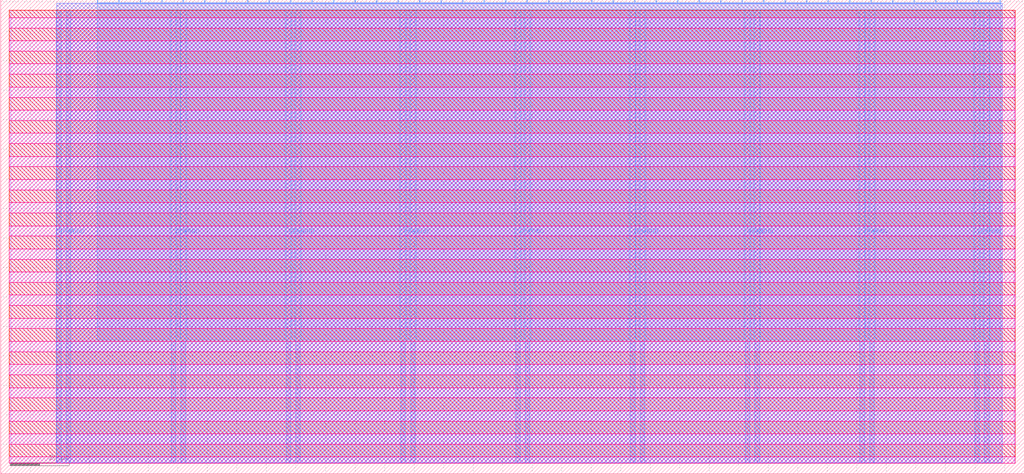
<source format=lef>
VERSION 5.7 ;
  NOWIREEXTENSIONATPIN ON ;
  DIVIDERCHAR "/" ;
  BUSBITCHARS "[]" ;
MACRO tt_um_calonso88_spi_i2c_reg_bank
  CLASS BLOCK ;
  FOREIGN tt_um_calonso88_spi_i2c_reg_bank ;
  ORIGIN 0.000 0.000 ;
  SIZE 346.640 BY 160.720 ;
  PIN VGND
    DIRECTION INOUT ;
    USE GROUND ;
    PORT
      LAYER Metal4 ;
        RECT 22.180 3.620 23.780 157.100 ;
    END
    PORT
      LAYER Metal4 ;
        RECT 61.050 3.620 62.650 157.100 ;
    END
    PORT
      LAYER Metal4 ;
        RECT 99.920 3.620 101.520 157.100 ;
    END
    PORT
      LAYER Metal4 ;
        RECT 138.790 3.620 140.390 157.100 ;
    END
    PORT
      LAYER Metal4 ;
        RECT 177.660 3.620 179.260 157.100 ;
    END
    PORT
      LAYER Metal4 ;
        RECT 216.530 3.620 218.130 157.100 ;
    END
    PORT
      LAYER Metal4 ;
        RECT 255.400 3.620 257.000 157.100 ;
    END
    PORT
      LAYER Metal4 ;
        RECT 294.270 3.620 295.870 157.100 ;
    END
    PORT
      LAYER Metal4 ;
        RECT 333.140 3.620 334.740 157.100 ;
    END
  END VGND
  PIN VPWR
    DIRECTION INOUT ;
    USE POWER ;
    PORT
      LAYER Metal4 ;
        RECT 18.880 3.620 20.480 157.100 ;
    END
    PORT
      LAYER Metal4 ;
        RECT 57.750 3.620 59.350 157.100 ;
    END
    PORT
      LAYER Metal4 ;
        RECT 96.620 3.620 98.220 157.100 ;
    END
    PORT
      LAYER Metal4 ;
        RECT 135.490 3.620 137.090 157.100 ;
    END
    PORT
      LAYER Metal4 ;
        RECT 174.360 3.620 175.960 157.100 ;
    END
    PORT
      LAYER Metal4 ;
        RECT 213.230 3.620 214.830 157.100 ;
    END
    PORT
      LAYER Metal4 ;
        RECT 252.100 3.620 253.700 157.100 ;
    END
    PORT
      LAYER Metal4 ;
        RECT 290.970 3.620 292.570 157.100 ;
    END
    PORT
      LAYER Metal4 ;
        RECT 329.840 3.620 331.440 157.100 ;
    END
  END VPWR
  PIN clk
    DIRECTION INPUT ;
    USE SIGNAL ;
    ANTENNAGATEAREA 4.738000 ;
    PORT
      LAYER Metal4 ;
        RECT 331.090 159.720 331.390 160.720 ;
    END
  END clk
  PIN ena
    DIRECTION INPUT ;
    USE SIGNAL ;
    ANTENNAGATEAREA 0.396000 ;
    PORT
      LAYER Metal4 ;
        RECT 338.370 159.720 338.670 160.720 ;
    END
  END ena
  PIN rst_n
    DIRECTION INPUT ;
    USE SIGNAL ;
    ANTENNAGATEAREA 0.396000 ;
    PORT
      LAYER Metal4 ;
        RECT 323.810 159.720 324.110 160.720 ;
    END
  END rst_n
  PIN ui_in[0]
    DIRECTION INPUT ;
    USE SIGNAL ;
    ANTENNAGATEAREA 0.396000 ;
    PORT
      LAYER Metal4 ;
        RECT 316.530 159.720 316.830 160.720 ;
    END
  END ui_in[0]
  PIN ui_in[1]
    DIRECTION INPUT ;
    USE SIGNAL ;
    ANTENNAGATEAREA 0.396000 ;
    PORT
      LAYER Metal4 ;
        RECT 309.250 159.720 309.550 160.720 ;
    END
  END ui_in[1]
  PIN ui_in[2]
    DIRECTION INPUT ;
    USE SIGNAL ;
    PORT
      LAYER Metal4 ;
        RECT 301.970 159.720 302.270 160.720 ;
    END
  END ui_in[2]
  PIN ui_in[3]
    DIRECTION INPUT ;
    USE SIGNAL ;
    PORT
      LAYER Metal4 ;
        RECT 294.690 159.720 294.990 160.720 ;
    END
  END ui_in[3]
  PIN ui_in[4]
    DIRECTION INPUT ;
    USE SIGNAL ;
    PORT
      LAYER Metal4 ;
        RECT 287.410 159.720 287.710 160.720 ;
    END
  END ui_in[4]
  PIN ui_in[5]
    DIRECTION INPUT ;
    USE SIGNAL ;
    PORT
      LAYER Metal4 ;
        RECT 280.130 159.720 280.430 160.720 ;
    END
  END ui_in[5]
  PIN ui_in[6]
    DIRECTION INPUT ;
    USE SIGNAL ;
    PORT
      LAYER Metal4 ;
        RECT 272.850 159.720 273.150 160.720 ;
    END
  END ui_in[6]
  PIN ui_in[7]
    DIRECTION INPUT ;
    USE SIGNAL ;
    ANTENNAGATEAREA 0.396000 ;
    PORT
      LAYER Metal4 ;
        RECT 265.570 159.720 265.870 160.720 ;
    END
  END ui_in[7]
  PIN uio_in[0]
    DIRECTION INPUT ;
    USE SIGNAL ;
    PORT
      LAYER Metal4 ;
        RECT 258.290 159.720 258.590 160.720 ;
    END
  END uio_in[0]
  PIN uio_in[1]
    DIRECTION INPUT ;
    USE SIGNAL ;
    ANTENNAGATEAREA 0.396000 ;
    PORT
      LAYER Metal4 ;
        RECT 251.010 159.720 251.310 160.720 ;
    END
  END uio_in[1]
  PIN uio_in[2]
    DIRECTION INPUT ;
    USE SIGNAL ;
    ANTENNAGATEAREA 0.396000 ;
    PORT
      LAYER Metal4 ;
        RECT 243.730 159.720 244.030 160.720 ;
    END
  END uio_in[2]
  PIN uio_in[3]
    DIRECTION INPUT ;
    USE SIGNAL ;
    PORT
      LAYER Metal4 ;
        RECT 236.450 159.720 236.750 160.720 ;
    END
  END uio_in[3]
  PIN uio_in[4]
    DIRECTION INPUT ;
    USE SIGNAL ;
    ANTENNAGATEAREA 0.741000 ;
    PORT
      LAYER Metal4 ;
        RECT 229.170 159.720 229.470 160.720 ;
    END
  END uio_in[4]
  PIN uio_in[5]
    DIRECTION INPUT ;
    USE SIGNAL ;
    ANTENNAGATEAREA 0.396000 ;
    PORT
      LAYER Metal4 ;
        RECT 221.890 159.720 222.190 160.720 ;
    END
  END uio_in[5]
  PIN uio_in[6]
    DIRECTION INPUT ;
    USE SIGNAL ;
    ANTENNAGATEAREA 0.396000 ;
    PORT
      LAYER Metal4 ;
        RECT 214.610 159.720 214.910 160.720 ;
    END
  END uio_in[6]
  PIN uio_in[7]
    DIRECTION INPUT ;
    USE SIGNAL ;
    PORT
      LAYER Metal4 ;
        RECT 207.330 159.720 207.630 160.720 ;
    END
  END uio_in[7]
  PIN uio_oe[0]
    DIRECTION OUTPUT ;
    USE SIGNAL ;
    ANTENNADIFFAREA 0.360800 ;
    PORT
      LAYER Metal4 ;
        RECT 83.570 159.720 83.870 160.720 ;
    END
  END uio_oe[0]
  PIN uio_oe[1]
    DIRECTION OUTPUT ;
    USE SIGNAL ;
    ANTENNADIFFAREA 1.986000 ;
    PORT
      LAYER Metal4 ;
        RECT 76.290 159.720 76.590 160.720 ;
    END
  END uio_oe[1]
  PIN uio_oe[2]
    DIRECTION OUTPUT ;
    USE SIGNAL ;
    ANTENNADIFFAREA 0.360800 ;
    PORT
      LAYER Metal4 ;
        RECT 69.010 159.720 69.310 160.720 ;
    END
  END uio_oe[2]
  PIN uio_oe[3]
    DIRECTION OUTPUT ;
    USE SIGNAL ;
    ANTENNAGATEAREA 1.099500 ;
    ANTENNADIFFAREA 2.609600 ;
    PORT
      LAYER Metal4 ;
        RECT 61.730 159.720 62.030 160.720 ;
    END
  END uio_oe[3]
  PIN uio_oe[4]
    DIRECTION OUTPUT ;
    USE SIGNAL ;
    ANTENNADIFFAREA 0.360800 ;
    PORT
      LAYER Metal4 ;
        RECT 54.450 159.720 54.750 160.720 ;
    END
  END uio_oe[4]
  PIN uio_oe[5]
    DIRECTION OUTPUT ;
    USE SIGNAL ;
    ANTENNADIFFAREA 0.360800 ;
    PORT
      LAYER Metal4 ;
        RECT 47.170 159.720 47.470 160.720 ;
    END
  END uio_oe[5]
  PIN uio_oe[6]
    DIRECTION OUTPUT ;
    USE SIGNAL ;
    ANTENNADIFFAREA 0.360800 ;
    PORT
      LAYER Metal4 ;
        RECT 39.890 159.720 40.190 160.720 ;
    END
  END uio_oe[6]
  PIN uio_oe[7]
    DIRECTION OUTPUT ;
    USE SIGNAL ;
    ANTENNADIFFAREA 0.360800 ;
    PORT
      LAYER Metal4 ;
        RECT 32.610 159.720 32.910 160.720 ;
    END
  END uio_oe[7]
  PIN uio_out[0]
    DIRECTION OUTPUT ;
    USE SIGNAL ;
    ANTENNADIFFAREA 0.360800 ;
    PORT
      LAYER Metal4 ;
        RECT 141.810 159.720 142.110 160.720 ;
    END
  END uio_out[0]
  PIN uio_out[1]
    DIRECTION OUTPUT ;
    USE SIGNAL ;
    ANTENNADIFFAREA 0.360800 ;
    PORT
      LAYER Metal4 ;
        RECT 134.530 159.720 134.830 160.720 ;
    END
  END uio_out[1]
  PIN uio_out[2]
    DIRECTION OUTPUT ;
    USE SIGNAL ;
    ANTENNADIFFAREA 0.360800 ;
    PORT
      LAYER Metal4 ;
        RECT 127.250 159.720 127.550 160.720 ;
    END
  END uio_out[2]
  PIN uio_out[3]
    DIRECTION OUTPUT ;
    USE SIGNAL ;
    ANTENNADIFFAREA 2.080400 ;
    PORT
      LAYER Metal4 ;
        RECT 119.970 159.720 120.270 160.720 ;
    END
  END uio_out[3]
  PIN uio_out[4]
    DIRECTION OUTPUT ;
    USE SIGNAL ;
    ANTENNADIFFAREA 0.360800 ;
    PORT
      LAYER Metal4 ;
        RECT 112.690 159.720 112.990 160.720 ;
    END
  END uio_out[4]
  PIN uio_out[5]
    DIRECTION OUTPUT ;
    USE SIGNAL ;
    ANTENNADIFFAREA 0.360800 ;
    PORT
      LAYER Metal4 ;
        RECT 105.410 159.720 105.710 160.720 ;
    END
  END uio_out[5]
  PIN uio_out[6]
    DIRECTION OUTPUT ;
    USE SIGNAL ;
    ANTENNADIFFAREA 0.360800 ;
    PORT
      LAYER Metal4 ;
        RECT 98.130 159.720 98.430 160.720 ;
    END
  END uio_out[6]
  PIN uio_out[7]
    DIRECTION OUTPUT ;
    USE SIGNAL ;
    ANTENNADIFFAREA 0.360800 ;
    PORT
      LAYER Metal4 ;
        RECT 90.850 159.720 91.150 160.720 ;
    END
  END uio_out[7]
  PIN uo_out[0]
    DIRECTION OUTPUT ;
    USE SIGNAL ;
    ANTENNADIFFAREA 1.986000 ;
    PORT
      LAYER Metal4 ;
        RECT 200.050 159.720 200.350 160.720 ;
    END
  END uo_out[0]
  PIN uo_out[1]
    DIRECTION OUTPUT ;
    USE SIGNAL ;
    ANTENNADIFFAREA 1.986000 ;
    PORT
      LAYER Metal4 ;
        RECT 192.770 159.720 193.070 160.720 ;
    END
  END uo_out[1]
  PIN uo_out[2]
    DIRECTION OUTPUT ;
    USE SIGNAL ;
    ANTENNADIFFAREA 1.986000 ;
    PORT
      LAYER Metal4 ;
        RECT 185.490 159.720 185.790 160.720 ;
    END
  END uo_out[2]
  PIN uo_out[3]
    DIRECTION OUTPUT ;
    USE SIGNAL ;
    ANTENNADIFFAREA 1.986000 ;
    PORT
      LAYER Metal4 ;
        RECT 178.210 159.720 178.510 160.720 ;
    END
  END uo_out[3]
  PIN uo_out[4]
    DIRECTION OUTPUT ;
    USE SIGNAL ;
    ANTENNADIFFAREA 1.986000 ;
    PORT
      LAYER Metal4 ;
        RECT 170.930 159.720 171.230 160.720 ;
    END
  END uo_out[4]
  PIN uo_out[5]
    DIRECTION OUTPUT ;
    USE SIGNAL ;
    ANTENNADIFFAREA 1.986000 ;
    PORT
      LAYER Metal4 ;
        RECT 163.650 159.720 163.950 160.720 ;
    END
  END uo_out[5]
  PIN uo_out[6]
    DIRECTION OUTPUT ;
    USE SIGNAL ;
    ANTENNADIFFAREA 1.986000 ;
    PORT
      LAYER Metal4 ;
        RECT 156.370 159.720 156.670 160.720 ;
    END
  END uo_out[6]
  PIN uo_out[7]
    DIRECTION OUTPUT ;
    USE SIGNAL ;
    ANTENNADIFFAREA 1.986000 ;
    PORT
      LAYER Metal4 ;
        RECT 149.090 159.720 149.390 160.720 ;
    END
  END uo_out[7]
  OBS
      LAYER Nwell ;
        RECT 2.930 154.640 343.710 157.230 ;
      LAYER Pwell ;
        RECT 2.930 151.120 343.710 154.640 ;
      LAYER Nwell ;
        RECT 2.930 146.800 343.710 151.120 ;
      LAYER Pwell ;
        RECT 2.930 143.280 343.710 146.800 ;
      LAYER Nwell ;
        RECT 2.930 138.960 343.710 143.280 ;
      LAYER Pwell ;
        RECT 2.930 135.440 343.710 138.960 ;
      LAYER Nwell ;
        RECT 2.930 131.120 343.710 135.440 ;
      LAYER Pwell ;
        RECT 2.930 127.600 343.710 131.120 ;
      LAYER Nwell ;
        RECT 2.930 123.280 343.710 127.600 ;
      LAYER Pwell ;
        RECT 2.930 119.760 343.710 123.280 ;
      LAYER Nwell ;
        RECT 2.930 115.440 343.710 119.760 ;
      LAYER Pwell ;
        RECT 2.930 111.920 343.710 115.440 ;
      LAYER Nwell ;
        RECT 2.930 107.600 343.710 111.920 ;
      LAYER Pwell ;
        RECT 2.930 104.080 343.710 107.600 ;
      LAYER Nwell ;
        RECT 2.930 99.760 343.710 104.080 ;
      LAYER Pwell ;
        RECT 2.930 96.240 343.710 99.760 ;
      LAYER Nwell ;
        RECT 2.930 91.920 343.710 96.240 ;
      LAYER Pwell ;
        RECT 2.930 88.400 343.710 91.920 ;
      LAYER Nwell ;
        RECT 2.930 84.080 343.710 88.400 ;
      LAYER Pwell ;
        RECT 2.930 80.560 343.710 84.080 ;
      LAYER Nwell ;
        RECT 2.930 76.240 343.710 80.560 ;
      LAYER Pwell ;
        RECT 2.930 72.720 343.710 76.240 ;
      LAYER Nwell ;
        RECT 2.930 68.400 343.710 72.720 ;
      LAYER Pwell ;
        RECT 2.930 64.880 343.710 68.400 ;
      LAYER Nwell ;
        RECT 2.930 60.560 343.710 64.880 ;
      LAYER Pwell ;
        RECT 2.930 57.040 343.710 60.560 ;
      LAYER Nwell ;
        RECT 2.930 52.720 343.710 57.040 ;
      LAYER Pwell ;
        RECT 2.930 49.200 343.710 52.720 ;
      LAYER Nwell ;
        RECT 2.930 44.880 343.710 49.200 ;
      LAYER Pwell ;
        RECT 2.930 41.360 343.710 44.880 ;
      LAYER Nwell ;
        RECT 2.930 37.040 343.710 41.360 ;
      LAYER Pwell ;
        RECT 2.930 33.520 343.710 37.040 ;
      LAYER Nwell ;
        RECT 2.930 29.200 343.710 33.520 ;
      LAYER Pwell ;
        RECT 2.930 25.680 343.710 29.200 ;
      LAYER Nwell ;
        RECT 2.930 21.360 343.710 25.680 ;
      LAYER Pwell ;
        RECT 2.930 17.840 343.710 21.360 ;
      LAYER Nwell ;
        RECT 2.930 13.520 343.710 17.840 ;
      LAYER Pwell ;
        RECT 2.930 10.000 343.710 13.520 ;
      LAYER Nwell ;
        RECT 2.930 5.680 343.710 10.000 ;
      LAYER Pwell ;
        RECT 2.930 3.490 343.710 5.680 ;
      LAYER Metal1 ;
        RECT 3.360 3.620 343.280 157.100 ;
      LAYER Metal2 ;
        RECT 19.020 3.730 339.220 159.510 ;
      LAYER Metal3 ;
        RECT 18.970 3.780 339.270 159.460 ;
      LAYER Metal4 ;
        RECT 33.210 159.420 39.590 159.720 ;
        RECT 40.490 159.420 46.870 159.720 ;
        RECT 47.770 159.420 54.150 159.720 ;
        RECT 55.050 159.420 61.430 159.720 ;
        RECT 62.330 159.420 68.710 159.720 ;
        RECT 69.610 159.420 75.990 159.720 ;
        RECT 76.890 159.420 83.270 159.720 ;
        RECT 84.170 159.420 90.550 159.720 ;
        RECT 91.450 159.420 97.830 159.720 ;
        RECT 98.730 159.420 105.110 159.720 ;
        RECT 106.010 159.420 112.390 159.720 ;
        RECT 113.290 159.420 119.670 159.720 ;
        RECT 120.570 159.420 126.950 159.720 ;
        RECT 127.850 159.420 134.230 159.720 ;
        RECT 135.130 159.420 141.510 159.720 ;
        RECT 142.410 159.420 148.790 159.720 ;
        RECT 149.690 159.420 156.070 159.720 ;
        RECT 156.970 159.420 163.350 159.720 ;
        RECT 164.250 159.420 170.630 159.720 ;
        RECT 171.530 159.420 177.910 159.720 ;
        RECT 178.810 159.420 185.190 159.720 ;
        RECT 186.090 159.420 192.470 159.720 ;
        RECT 193.370 159.420 199.750 159.720 ;
        RECT 200.650 159.420 207.030 159.720 ;
        RECT 207.930 159.420 214.310 159.720 ;
        RECT 215.210 159.420 221.590 159.720 ;
        RECT 222.490 159.420 228.870 159.720 ;
        RECT 229.770 159.420 236.150 159.720 ;
        RECT 237.050 159.420 243.430 159.720 ;
        RECT 244.330 159.420 250.710 159.720 ;
        RECT 251.610 159.420 257.990 159.720 ;
        RECT 258.890 159.420 265.270 159.720 ;
        RECT 266.170 159.420 272.550 159.720 ;
        RECT 273.450 159.420 279.830 159.720 ;
        RECT 280.730 159.420 287.110 159.720 ;
        RECT 288.010 159.420 294.390 159.720 ;
        RECT 295.290 159.420 301.670 159.720 ;
        RECT 302.570 159.420 308.950 159.720 ;
        RECT 309.850 159.420 316.230 159.720 ;
        RECT 317.130 159.420 323.510 159.720 ;
        RECT 324.410 159.420 330.790 159.720 ;
        RECT 331.690 159.420 338.070 159.720 ;
        RECT 32.620 157.400 338.660 159.420 ;
        RECT 32.620 45.450 57.450 157.400 ;
        RECT 59.650 45.450 60.750 157.400 ;
        RECT 62.950 45.450 96.320 157.400 ;
        RECT 98.520 45.450 99.620 157.400 ;
        RECT 101.820 45.450 135.190 157.400 ;
        RECT 137.390 45.450 138.490 157.400 ;
        RECT 140.690 45.450 174.060 157.400 ;
        RECT 176.260 45.450 177.360 157.400 ;
        RECT 179.560 45.450 212.930 157.400 ;
        RECT 215.130 45.450 216.230 157.400 ;
        RECT 218.430 45.450 251.800 157.400 ;
        RECT 254.000 45.450 255.100 157.400 ;
        RECT 257.300 45.450 290.670 157.400 ;
        RECT 292.870 45.450 293.970 157.400 ;
        RECT 296.170 45.450 329.540 157.400 ;
        RECT 331.740 45.450 332.840 157.400 ;
        RECT 335.040 45.450 338.660 157.400 ;
  END
END tt_um_calonso88_spi_i2c_reg_bank
END LIBRARY


</source>
